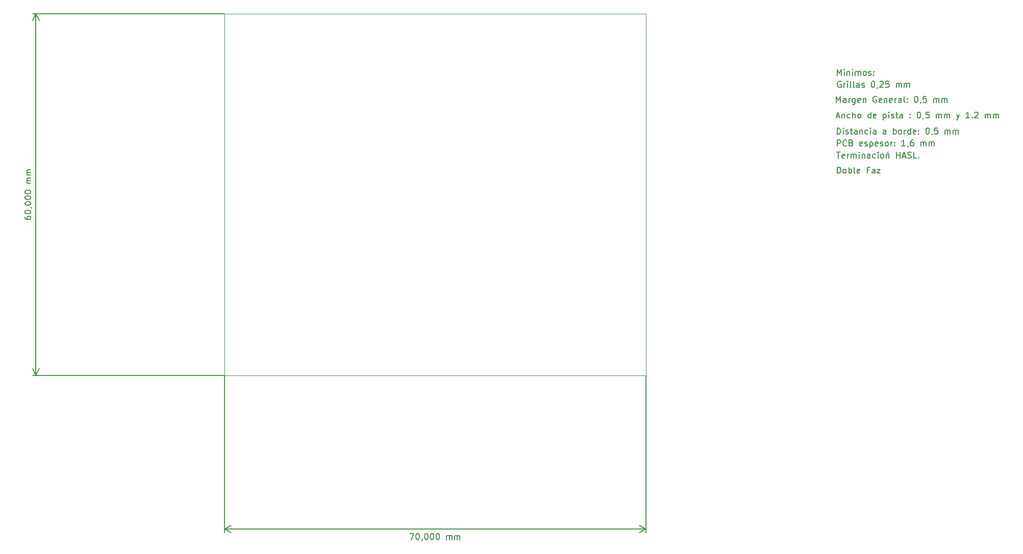
<source format=gbr>
%TF.GenerationSoftware,KiCad,Pcbnew,5.1.4-e60b266~84~ubuntu18.04.1*%
%TF.CreationDate,2020-06-02T14:46:13-03:00*%
%TF.ProjectId,Driver Motor PaP_V2.0,44726976-6572-4204-9d6f-746f72205061,2.0*%
%TF.SameCoordinates,Original*%
%TF.FileFunction,Drawing*%
%FSLAX46Y46*%
G04 Gerber Fmt 4.6, Leading zero omitted, Abs format (unit mm)*
G04 Created by KiCad (PCBNEW 5.1.4-e60b266~84~ubuntu18.04.1) date 2020-06-02 14:46:13*
%MOMM*%
%LPD*%
G04 APERTURE LIST*
%ADD10C,0.150000*%
%ADD11C,0.050000*%
G04 APERTURE END LIST*
D10*
X176726190Y-76202380D02*
X176726190Y-75202380D01*
X176964285Y-75202380D01*
X177107142Y-75250000D01*
X177202380Y-75345238D01*
X177250000Y-75440476D01*
X177297619Y-75630952D01*
X177297619Y-75773809D01*
X177250000Y-75964285D01*
X177202380Y-76059523D01*
X177107142Y-76154761D01*
X176964285Y-76202380D01*
X176726190Y-76202380D01*
X177869047Y-76202380D02*
X177773809Y-76154761D01*
X177726190Y-76107142D01*
X177678571Y-76011904D01*
X177678571Y-75726190D01*
X177726190Y-75630952D01*
X177773809Y-75583333D01*
X177869047Y-75535714D01*
X178011904Y-75535714D01*
X178107142Y-75583333D01*
X178154761Y-75630952D01*
X178202380Y-75726190D01*
X178202380Y-76011904D01*
X178154761Y-76107142D01*
X178107142Y-76154761D01*
X178011904Y-76202380D01*
X177869047Y-76202380D01*
X178630952Y-76202380D02*
X178630952Y-75202380D01*
X178630952Y-75583333D02*
X178726190Y-75535714D01*
X178916666Y-75535714D01*
X179011904Y-75583333D01*
X179059523Y-75630952D01*
X179107142Y-75726190D01*
X179107142Y-76011904D01*
X179059523Y-76107142D01*
X179011904Y-76154761D01*
X178916666Y-76202380D01*
X178726190Y-76202380D01*
X178630952Y-76154761D01*
X179678571Y-76202380D02*
X179583333Y-76154761D01*
X179535714Y-76059523D01*
X179535714Y-75202380D01*
X180440476Y-76154761D02*
X180345238Y-76202380D01*
X180154761Y-76202380D01*
X180059523Y-76154761D01*
X180011904Y-76059523D01*
X180011904Y-75678571D01*
X180059523Y-75583333D01*
X180154761Y-75535714D01*
X180345238Y-75535714D01*
X180440476Y-75583333D01*
X180488095Y-75678571D01*
X180488095Y-75773809D01*
X180011904Y-75869047D01*
X182011904Y-75678571D02*
X181678571Y-75678571D01*
X181678571Y-76202380D02*
X181678571Y-75202380D01*
X182154761Y-75202380D01*
X182964285Y-76202380D02*
X182964285Y-75678571D01*
X182916666Y-75583333D01*
X182821428Y-75535714D01*
X182630952Y-75535714D01*
X182535714Y-75583333D01*
X182964285Y-76154761D02*
X182869047Y-76202380D01*
X182630952Y-76202380D01*
X182535714Y-76154761D01*
X182488095Y-76059523D01*
X182488095Y-75964285D01*
X182535714Y-75869047D01*
X182630952Y-75821428D01*
X182869047Y-75821428D01*
X182964285Y-75773809D01*
X183345238Y-75535714D02*
X183869047Y-75535714D01*
X183345238Y-76202380D01*
X183869047Y-76202380D01*
X176642857Y-72702380D02*
X177214285Y-72702380D01*
X176928571Y-73702380D02*
X176928571Y-72702380D01*
X177928571Y-73654761D02*
X177833333Y-73702380D01*
X177642857Y-73702380D01*
X177547619Y-73654761D01*
X177500000Y-73559523D01*
X177500000Y-73178571D01*
X177547619Y-73083333D01*
X177642857Y-73035714D01*
X177833333Y-73035714D01*
X177928571Y-73083333D01*
X177976190Y-73178571D01*
X177976190Y-73273809D01*
X177500000Y-73369047D01*
X178404761Y-73702380D02*
X178404761Y-73035714D01*
X178404761Y-73226190D02*
X178452380Y-73130952D01*
X178500000Y-73083333D01*
X178595238Y-73035714D01*
X178690476Y-73035714D01*
X179023809Y-73702380D02*
X179023809Y-73035714D01*
X179023809Y-73130952D02*
X179071428Y-73083333D01*
X179166666Y-73035714D01*
X179309523Y-73035714D01*
X179404761Y-73083333D01*
X179452380Y-73178571D01*
X179452380Y-73702380D01*
X179452380Y-73178571D02*
X179500000Y-73083333D01*
X179595238Y-73035714D01*
X179738095Y-73035714D01*
X179833333Y-73083333D01*
X179880952Y-73178571D01*
X179880952Y-73702380D01*
X180357142Y-73702380D02*
X180357142Y-73035714D01*
X180357142Y-72702380D02*
X180309523Y-72750000D01*
X180357142Y-72797619D01*
X180404761Y-72750000D01*
X180357142Y-72702380D01*
X180357142Y-72797619D01*
X180833333Y-73035714D02*
X180833333Y-73702380D01*
X180833333Y-73130952D02*
X180880952Y-73083333D01*
X180976190Y-73035714D01*
X181119047Y-73035714D01*
X181214285Y-73083333D01*
X181261904Y-73178571D01*
X181261904Y-73702380D01*
X182166666Y-73702380D02*
X182166666Y-73178571D01*
X182119047Y-73083333D01*
X182023809Y-73035714D01*
X181833333Y-73035714D01*
X181738095Y-73083333D01*
X182166666Y-73654761D02*
X182071428Y-73702380D01*
X181833333Y-73702380D01*
X181738095Y-73654761D01*
X181690476Y-73559523D01*
X181690476Y-73464285D01*
X181738095Y-73369047D01*
X181833333Y-73321428D01*
X182071428Y-73321428D01*
X182166666Y-73273809D01*
X183071428Y-73654761D02*
X182976190Y-73702380D01*
X182785714Y-73702380D01*
X182690476Y-73654761D01*
X182642857Y-73607142D01*
X182595238Y-73511904D01*
X182595238Y-73226190D01*
X182642857Y-73130952D01*
X182690476Y-73083333D01*
X182785714Y-73035714D01*
X182976190Y-73035714D01*
X183071428Y-73083333D01*
X183500000Y-73702380D02*
X183500000Y-73035714D01*
X183500000Y-72702380D02*
X183452380Y-72750000D01*
X183500000Y-72797619D01*
X183547619Y-72750000D01*
X183500000Y-72702380D01*
X183500000Y-72797619D01*
X184119047Y-73702380D02*
X184023809Y-73654761D01*
X183976190Y-73607142D01*
X183928571Y-73511904D01*
X183928571Y-73226190D01*
X183976190Y-73130952D01*
X184023809Y-73083333D01*
X184119047Y-73035714D01*
X184261904Y-73035714D01*
X184357142Y-73083333D01*
X184404761Y-73130952D01*
X184452380Y-73226190D01*
X184452380Y-73511904D01*
X184404761Y-73607142D01*
X184357142Y-73654761D01*
X184261904Y-73702380D01*
X184119047Y-73702380D01*
X184880952Y-73035714D02*
X184880952Y-73702380D01*
X184880952Y-73130952D02*
X184928571Y-73083333D01*
X185023809Y-73035714D01*
X185166666Y-73035714D01*
X185261904Y-73083333D01*
X185309523Y-73178571D01*
X185309523Y-73702380D01*
X185166666Y-72654761D02*
X185023809Y-72797619D01*
X186547619Y-73702380D02*
X186547619Y-72702380D01*
X186547619Y-73178571D02*
X187119047Y-73178571D01*
X187119047Y-73702380D02*
X187119047Y-72702380D01*
X187547619Y-73416666D02*
X188023809Y-73416666D01*
X187452380Y-73702380D02*
X187785714Y-72702380D01*
X188119047Y-73702380D01*
X188404761Y-73654761D02*
X188547619Y-73702380D01*
X188785714Y-73702380D01*
X188880952Y-73654761D01*
X188928571Y-73607142D01*
X188976190Y-73511904D01*
X188976190Y-73416666D01*
X188928571Y-73321428D01*
X188880952Y-73273809D01*
X188785714Y-73226190D01*
X188595238Y-73178571D01*
X188500000Y-73130952D01*
X188452380Y-73083333D01*
X188404761Y-72988095D01*
X188404761Y-72892857D01*
X188452380Y-72797619D01*
X188500000Y-72750000D01*
X188595238Y-72702380D01*
X188833333Y-72702380D01*
X188976190Y-72750000D01*
X189880952Y-73702380D02*
X189404761Y-73702380D01*
X189404761Y-72702380D01*
X190214285Y-73607142D02*
X190261904Y-73654761D01*
X190214285Y-73702380D01*
X190166666Y-73654761D01*
X190214285Y-73607142D01*
X190214285Y-73702380D01*
X176702380Y-71702380D02*
X176702380Y-70702380D01*
X177083333Y-70702380D01*
X177178571Y-70750000D01*
X177226190Y-70797619D01*
X177273809Y-70892857D01*
X177273809Y-71035714D01*
X177226190Y-71130952D01*
X177178571Y-71178571D01*
X177083333Y-71226190D01*
X176702380Y-71226190D01*
X178273809Y-71607142D02*
X178226190Y-71654761D01*
X178083333Y-71702380D01*
X177988095Y-71702380D01*
X177845238Y-71654761D01*
X177750000Y-71559523D01*
X177702380Y-71464285D01*
X177654761Y-71273809D01*
X177654761Y-71130952D01*
X177702380Y-70940476D01*
X177750000Y-70845238D01*
X177845238Y-70750000D01*
X177988095Y-70702380D01*
X178083333Y-70702380D01*
X178226190Y-70750000D01*
X178273809Y-70797619D01*
X179035714Y-71178571D02*
X179178571Y-71226190D01*
X179226190Y-71273809D01*
X179273809Y-71369047D01*
X179273809Y-71511904D01*
X179226190Y-71607142D01*
X179178571Y-71654761D01*
X179083333Y-71702380D01*
X178702380Y-71702380D01*
X178702380Y-70702380D01*
X179035714Y-70702380D01*
X179130952Y-70750000D01*
X179178571Y-70797619D01*
X179226190Y-70892857D01*
X179226190Y-70988095D01*
X179178571Y-71083333D01*
X179130952Y-71130952D01*
X179035714Y-71178571D01*
X178702380Y-71178571D01*
X180845238Y-71654761D02*
X180750000Y-71702380D01*
X180559523Y-71702380D01*
X180464285Y-71654761D01*
X180416666Y-71559523D01*
X180416666Y-71178571D01*
X180464285Y-71083333D01*
X180559523Y-71035714D01*
X180750000Y-71035714D01*
X180845238Y-71083333D01*
X180892857Y-71178571D01*
X180892857Y-71273809D01*
X180416666Y-71369047D01*
X181273809Y-71654761D02*
X181369047Y-71702380D01*
X181559523Y-71702380D01*
X181654761Y-71654761D01*
X181702380Y-71559523D01*
X181702380Y-71511904D01*
X181654761Y-71416666D01*
X181559523Y-71369047D01*
X181416666Y-71369047D01*
X181321428Y-71321428D01*
X181273809Y-71226190D01*
X181273809Y-71178571D01*
X181321428Y-71083333D01*
X181416666Y-71035714D01*
X181559523Y-71035714D01*
X181654761Y-71083333D01*
X182130952Y-71035714D02*
X182130952Y-72035714D01*
X182130952Y-71083333D02*
X182226190Y-71035714D01*
X182416666Y-71035714D01*
X182511904Y-71083333D01*
X182559523Y-71130952D01*
X182607142Y-71226190D01*
X182607142Y-71511904D01*
X182559523Y-71607142D01*
X182511904Y-71654761D01*
X182416666Y-71702380D01*
X182226190Y-71702380D01*
X182130952Y-71654761D01*
X183416666Y-71654761D02*
X183321428Y-71702380D01*
X183130952Y-71702380D01*
X183035714Y-71654761D01*
X182988095Y-71559523D01*
X182988095Y-71178571D01*
X183035714Y-71083333D01*
X183130952Y-71035714D01*
X183321428Y-71035714D01*
X183416666Y-71083333D01*
X183464285Y-71178571D01*
X183464285Y-71273809D01*
X182988095Y-71369047D01*
X183845238Y-71654761D02*
X183940476Y-71702380D01*
X184130952Y-71702380D01*
X184226190Y-71654761D01*
X184273809Y-71559523D01*
X184273809Y-71511904D01*
X184226190Y-71416666D01*
X184130952Y-71369047D01*
X183988095Y-71369047D01*
X183892857Y-71321428D01*
X183845238Y-71226190D01*
X183845238Y-71178571D01*
X183892857Y-71083333D01*
X183988095Y-71035714D01*
X184130952Y-71035714D01*
X184226190Y-71083333D01*
X184845238Y-71702380D02*
X184750000Y-71654761D01*
X184702380Y-71607142D01*
X184654761Y-71511904D01*
X184654761Y-71226190D01*
X184702380Y-71130952D01*
X184750000Y-71083333D01*
X184845238Y-71035714D01*
X184988095Y-71035714D01*
X185083333Y-71083333D01*
X185130952Y-71130952D01*
X185178571Y-71226190D01*
X185178571Y-71511904D01*
X185130952Y-71607142D01*
X185083333Y-71654761D01*
X184988095Y-71702380D01*
X184845238Y-71702380D01*
X185607142Y-71702380D02*
X185607142Y-71035714D01*
X185607142Y-71226190D02*
X185654761Y-71130952D01*
X185702380Y-71083333D01*
X185797619Y-71035714D01*
X185892857Y-71035714D01*
X186226190Y-71607142D02*
X186273809Y-71654761D01*
X186226190Y-71702380D01*
X186178571Y-71654761D01*
X186226190Y-71607142D01*
X186226190Y-71702380D01*
X186226190Y-71083333D02*
X186273809Y-71130952D01*
X186226190Y-71178571D01*
X186178571Y-71130952D01*
X186226190Y-71083333D01*
X186226190Y-71178571D01*
X187988095Y-71702380D02*
X187416666Y-71702380D01*
X187702380Y-71702380D02*
X187702380Y-70702380D01*
X187607142Y-70845238D01*
X187511904Y-70940476D01*
X187416666Y-70988095D01*
X188464285Y-71654761D02*
X188464285Y-71702380D01*
X188416666Y-71797619D01*
X188369047Y-71845238D01*
X189321428Y-70702380D02*
X189130952Y-70702380D01*
X189035714Y-70750000D01*
X188988095Y-70797619D01*
X188892857Y-70940476D01*
X188845238Y-71130952D01*
X188845238Y-71511904D01*
X188892857Y-71607142D01*
X188940476Y-71654761D01*
X189035714Y-71702380D01*
X189226190Y-71702380D01*
X189321428Y-71654761D01*
X189369047Y-71607142D01*
X189416666Y-71511904D01*
X189416666Y-71273809D01*
X189369047Y-71178571D01*
X189321428Y-71130952D01*
X189226190Y-71083333D01*
X189035714Y-71083333D01*
X188940476Y-71130952D01*
X188892857Y-71178571D01*
X188845238Y-71273809D01*
X190607142Y-71702380D02*
X190607142Y-71035714D01*
X190607142Y-71130952D02*
X190654761Y-71083333D01*
X190749999Y-71035714D01*
X190892857Y-71035714D01*
X190988095Y-71083333D01*
X191035714Y-71178571D01*
X191035714Y-71702380D01*
X191035714Y-71178571D02*
X191083333Y-71083333D01*
X191178571Y-71035714D01*
X191321428Y-71035714D01*
X191416666Y-71083333D01*
X191464285Y-71178571D01*
X191464285Y-71702380D01*
X191940476Y-71702380D02*
X191940476Y-71035714D01*
X191940476Y-71130952D02*
X191988095Y-71083333D01*
X192083333Y-71035714D01*
X192226190Y-71035714D01*
X192321428Y-71083333D01*
X192369047Y-71178571D01*
X192369047Y-71702380D01*
X192369047Y-71178571D02*
X192416666Y-71083333D01*
X192511904Y-71035714D01*
X192654761Y-71035714D01*
X192749999Y-71083333D01*
X192797619Y-71178571D01*
X192797619Y-71702380D01*
X176702380Y-69702380D02*
X176702380Y-68702380D01*
X176940476Y-68702380D01*
X177083333Y-68750000D01*
X177178571Y-68845238D01*
X177226190Y-68940476D01*
X177273809Y-69130952D01*
X177273809Y-69273809D01*
X177226190Y-69464285D01*
X177178571Y-69559523D01*
X177083333Y-69654761D01*
X176940476Y-69702380D01*
X176702380Y-69702380D01*
X177702380Y-69702380D02*
X177702380Y-69035714D01*
X177702380Y-68702380D02*
X177654761Y-68750000D01*
X177702380Y-68797619D01*
X177750000Y-68750000D01*
X177702380Y-68702380D01*
X177702380Y-68797619D01*
X178130952Y-69654761D02*
X178226190Y-69702380D01*
X178416666Y-69702380D01*
X178511904Y-69654761D01*
X178559523Y-69559523D01*
X178559523Y-69511904D01*
X178511904Y-69416666D01*
X178416666Y-69369047D01*
X178273809Y-69369047D01*
X178178571Y-69321428D01*
X178130952Y-69226190D01*
X178130952Y-69178571D01*
X178178571Y-69083333D01*
X178273809Y-69035714D01*
X178416666Y-69035714D01*
X178511904Y-69083333D01*
X178845238Y-69035714D02*
X179226190Y-69035714D01*
X178988095Y-68702380D02*
X178988095Y-69559523D01*
X179035714Y-69654761D01*
X179130952Y-69702380D01*
X179226190Y-69702380D01*
X179988095Y-69702380D02*
X179988095Y-69178571D01*
X179940476Y-69083333D01*
X179845238Y-69035714D01*
X179654761Y-69035714D01*
X179559523Y-69083333D01*
X179988095Y-69654761D02*
X179892857Y-69702380D01*
X179654761Y-69702380D01*
X179559523Y-69654761D01*
X179511904Y-69559523D01*
X179511904Y-69464285D01*
X179559523Y-69369047D01*
X179654761Y-69321428D01*
X179892857Y-69321428D01*
X179988095Y-69273809D01*
X180464285Y-69035714D02*
X180464285Y-69702380D01*
X180464285Y-69130952D02*
X180511904Y-69083333D01*
X180607142Y-69035714D01*
X180750000Y-69035714D01*
X180845238Y-69083333D01*
X180892857Y-69178571D01*
X180892857Y-69702380D01*
X181797619Y-69654761D02*
X181702380Y-69702380D01*
X181511904Y-69702380D01*
X181416666Y-69654761D01*
X181369047Y-69607142D01*
X181321428Y-69511904D01*
X181321428Y-69226190D01*
X181369047Y-69130952D01*
X181416666Y-69083333D01*
X181511904Y-69035714D01*
X181702380Y-69035714D01*
X181797619Y-69083333D01*
X182226190Y-69702380D02*
X182226190Y-69035714D01*
X182226190Y-68702380D02*
X182178571Y-68750000D01*
X182226190Y-68797619D01*
X182273809Y-68750000D01*
X182226190Y-68702380D01*
X182226190Y-68797619D01*
X183130952Y-69702380D02*
X183130952Y-69178571D01*
X183083333Y-69083333D01*
X182988095Y-69035714D01*
X182797619Y-69035714D01*
X182702380Y-69083333D01*
X183130952Y-69654761D02*
X183035714Y-69702380D01*
X182797619Y-69702380D01*
X182702380Y-69654761D01*
X182654761Y-69559523D01*
X182654761Y-69464285D01*
X182702380Y-69369047D01*
X182797619Y-69321428D01*
X183035714Y-69321428D01*
X183130952Y-69273809D01*
X184797619Y-69702380D02*
X184797619Y-69178571D01*
X184750000Y-69083333D01*
X184654761Y-69035714D01*
X184464285Y-69035714D01*
X184369047Y-69083333D01*
X184797619Y-69654761D02*
X184702380Y-69702380D01*
X184464285Y-69702380D01*
X184369047Y-69654761D01*
X184321428Y-69559523D01*
X184321428Y-69464285D01*
X184369047Y-69369047D01*
X184464285Y-69321428D01*
X184702380Y-69321428D01*
X184797619Y-69273809D01*
X186035714Y-69702380D02*
X186035714Y-68702380D01*
X186035714Y-69083333D02*
X186130952Y-69035714D01*
X186321428Y-69035714D01*
X186416666Y-69083333D01*
X186464285Y-69130952D01*
X186511904Y-69226190D01*
X186511904Y-69511904D01*
X186464285Y-69607142D01*
X186416666Y-69654761D01*
X186321428Y-69702380D01*
X186130952Y-69702380D01*
X186035714Y-69654761D01*
X187083333Y-69702380D02*
X186988095Y-69654761D01*
X186940476Y-69607142D01*
X186892857Y-69511904D01*
X186892857Y-69226190D01*
X186940476Y-69130952D01*
X186988095Y-69083333D01*
X187083333Y-69035714D01*
X187226190Y-69035714D01*
X187321428Y-69083333D01*
X187369047Y-69130952D01*
X187416666Y-69226190D01*
X187416666Y-69511904D01*
X187369047Y-69607142D01*
X187321428Y-69654761D01*
X187226190Y-69702380D01*
X187083333Y-69702380D01*
X187845238Y-69702380D02*
X187845238Y-69035714D01*
X187845238Y-69226190D02*
X187892857Y-69130952D01*
X187940476Y-69083333D01*
X188035714Y-69035714D01*
X188130952Y-69035714D01*
X188892857Y-69702380D02*
X188892857Y-68702380D01*
X188892857Y-69654761D02*
X188797619Y-69702380D01*
X188607142Y-69702380D01*
X188511904Y-69654761D01*
X188464285Y-69607142D01*
X188416666Y-69511904D01*
X188416666Y-69226190D01*
X188464285Y-69130952D01*
X188511904Y-69083333D01*
X188607142Y-69035714D01*
X188797619Y-69035714D01*
X188892857Y-69083333D01*
X189750000Y-69654761D02*
X189654761Y-69702380D01*
X189464285Y-69702380D01*
X189369047Y-69654761D01*
X189321428Y-69559523D01*
X189321428Y-69178571D01*
X189369047Y-69083333D01*
X189464285Y-69035714D01*
X189654761Y-69035714D01*
X189750000Y-69083333D01*
X189797619Y-69178571D01*
X189797619Y-69273809D01*
X189321428Y-69369047D01*
X190226190Y-69607142D02*
X190273809Y-69654761D01*
X190226190Y-69702380D01*
X190178571Y-69654761D01*
X190226190Y-69607142D01*
X190226190Y-69702380D01*
X190226190Y-69083333D02*
X190273809Y-69130952D01*
X190226190Y-69178571D01*
X190178571Y-69130952D01*
X190226190Y-69083333D01*
X190226190Y-69178571D01*
X191654761Y-68702380D02*
X191750000Y-68702380D01*
X191845238Y-68750000D01*
X191892857Y-68797619D01*
X191940476Y-68892857D01*
X191988095Y-69083333D01*
X191988095Y-69321428D01*
X191940476Y-69511904D01*
X191892857Y-69607142D01*
X191845238Y-69654761D01*
X191750000Y-69702380D01*
X191654761Y-69702380D01*
X191559523Y-69654761D01*
X191511904Y-69607142D01*
X191464285Y-69511904D01*
X191416666Y-69321428D01*
X191416666Y-69083333D01*
X191464285Y-68892857D01*
X191511904Y-68797619D01*
X191559523Y-68750000D01*
X191654761Y-68702380D01*
X192464285Y-69654761D02*
X192464285Y-69702380D01*
X192416666Y-69797619D01*
X192369047Y-69845238D01*
X193369047Y-68702380D02*
X192892857Y-68702380D01*
X192845238Y-69178571D01*
X192892857Y-69130952D01*
X192988095Y-69083333D01*
X193226190Y-69083333D01*
X193321428Y-69130952D01*
X193369047Y-69178571D01*
X193416666Y-69273809D01*
X193416666Y-69511904D01*
X193369047Y-69607142D01*
X193321428Y-69654761D01*
X193226190Y-69702380D01*
X192988095Y-69702380D01*
X192892857Y-69654761D01*
X192845238Y-69607142D01*
X194607142Y-69702380D02*
X194607142Y-69035714D01*
X194607142Y-69130952D02*
X194654761Y-69083333D01*
X194749999Y-69035714D01*
X194892857Y-69035714D01*
X194988095Y-69083333D01*
X195035714Y-69178571D01*
X195035714Y-69702380D01*
X195035714Y-69178571D02*
X195083333Y-69083333D01*
X195178571Y-69035714D01*
X195321428Y-69035714D01*
X195416666Y-69083333D01*
X195464285Y-69178571D01*
X195464285Y-69702380D01*
X195940476Y-69702380D02*
X195940476Y-69035714D01*
X195940476Y-69130952D02*
X195988095Y-69083333D01*
X196083333Y-69035714D01*
X196226190Y-69035714D01*
X196321428Y-69083333D01*
X196369047Y-69178571D01*
X196369047Y-69702380D01*
X196369047Y-69178571D02*
X196416666Y-69083333D01*
X196511904Y-69035714D01*
X196654761Y-69035714D01*
X196749999Y-69083333D01*
X196797619Y-69178571D01*
X196797619Y-69702380D01*
X176607261Y-66766666D02*
X177083452Y-66766666D01*
X176512023Y-67052380D02*
X176845357Y-66052380D01*
X177178690Y-67052380D01*
X177512023Y-66385714D02*
X177512023Y-67052380D01*
X177512023Y-66480952D02*
X177559642Y-66433333D01*
X177654880Y-66385714D01*
X177797738Y-66385714D01*
X177892976Y-66433333D01*
X177940595Y-66528571D01*
X177940595Y-67052380D01*
X178845357Y-67004761D02*
X178750119Y-67052380D01*
X178559642Y-67052380D01*
X178464404Y-67004761D01*
X178416785Y-66957142D01*
X178369166Y-66861904D01*
X178369166Y-66576190D01*
X178416785Y-66480952D01*
X178464404Y-66433333D01*
X178559642Y-66385714D01*
X178750119Y-66385714D01*
X178845357Y-66433333D01*
X179273928Y-67052380D02*
X179273928Y-66052380D01*
X179702500Y-67052380D02*
X179702500Y-66528571D01*
X179654880Y-66433333D01*
X179559642Y-66385714D01*
X179416785Y-66385714D01*
X179321547Y-66433333D01*
X179273928Y-66480952D01*
X180321547Y-67052380D02*
X180226309Y-67004761D01*
X180178690Y-66957142D01*
X180131071Y-66861904D01*
X180131071Y-66576190D01*
X180178690Y-66480952D01*
X180226309Y-66433333D01*
X180321547Y-66385714D01*
X180464404Y-66385714D01*
X180559642Y-66433333D01*
X180607261Y-66480952D01*
X180654880Y-66576190D01*
X180654880Y-66861904D01*
X180607261Y-66957142D01*
X180559642Y-67004761D01*
X180464404Y-67052380D01*
X180321547Y-67052380D01*
X182273928Y-67052380D02*
X182273928Y-66052380D01*
X182273928Y-67004761D02*
X182178690Y-67052380D01*
X181988214Y-67052380D01*
X181892976Y-67004761D01*
X181845357Y-66957142D01*
X181797738Y-66861904D01*
X181797738Y-66576190D01*
X181845357Y-66480952D01*
X181892976Y-66433333D01*
X181988214Y-66385714D01*
X182178690Y-66385714D01*
X182273928Y-66433333D01*
X183131071Y-67004761D02*
X183035833Y-67052380D01*
X182845357Y-67052380D01*
X182750119Y-67004761D01*
X182702500Y-66909523D01*
X182702500Y-66528571D01*
X182750119Y-66433333D01*
X182845357Y-66385714D01*
X183035833Y-66385714D01*
X183131071Y-66433333D01*
X183178690Y-66528571D01*
X183178690Y-66623809D01*
X182702500Y-66719047D01*
X184369166Y-66385714D02*
X184369166Y-67385714D01*
X184369166Y-66433333D02*
X184464404Y-66385714D01*
X184654880Y-66385714D01*
X184750119Y-66433333D01*
X184797738Y-66480952D01*
X184845357Y-66576190D01*
X184845357Y-66861904D01*
X184797738Y-66957142D01*
X184750119Y-67004761D01*
X184654880Y-67052380D01*
X184464404Y-67052380D01*
X184369166Y-67004761D01*
X185273928Y-67052380D02*
X185273928Y-66385714D01*
X185273928Y-66052380D02*
X185226309Y-66100000D01*
X185273928Y-66147619D01*
X185321547Y-66100000D01*
X185273928Y-66052380D01*
X185273928Y-66147619D01*
X185702500Y-67004761D02*
X185797738Y-67052380D01*
X185988214Y-67052380D01*
X186083452Y-67004761D01*
X186131071Y-66909523D01*
X186131071Y-66861904D01*
X186083452Y-66766666D01*
X185988214Y-66719047D01*
X185845357Y-66719047D01*
X185750119Y-66671428D01*
X185702500Y-66576190D01*
X185702500Y-66528571D01*
X185750119Y-66433333D01*
X185845357Y-66385714D01*
X185988214Y-66385714D01*
X186083452Y-66433333D01*
X186416785Y-66385714D02*
X186797738Y-66385714D01*
X186559642Y-66052380D02*
X186559642Y-66909523D01*
X186607261Y-67004761D01*
X186702500Y-67052380D01*
X186797738Y-67052380D01*
X187559642Y-67052380D02*
X187559642Y-66528571D01*
X187512023Y-66433333D01*
X187416785Y-66385714D01*
X187226309Y-66385714D01*
X187131071Y-66433333D01*
X187559642Y-67004761D02*
X187464404Y-67052380D01*
X187226309Y-67052380D01*
X187131071Y-67004761D01*
X187083452Y-66909523D01*
X187083452Y-66814285D01*
X187131071Y-66719047D01*
X187226309Y-66671428D01*
X187464404Y-66671428D01*
X187559642Y-66623809D01*
X188797738Y-66957142D02*
X188845357Y-67004761D01*
X188797738Y-67052380D01*
X188750119Y-67004761D01*
X188797738Y-66957142D01*
X188797738Y-67052380D01*
X188797738Y-66433333D02*
X188845357Y-66480952D01*
X188797738Y-66528571D01*
X188750119Y-66480952D01*
X188797738Y-66433333D01*
X188797738Y-66528571D01*
X190226309Y-66052380D02*
X190321547Y-66052380D01*
X190416785Y-66100000D01*
X190464404Y-66147619D01*
X190512023Y-66242857D01*
X190559642Y-66433333D01*
X190559642Y-66671428D01*
X190512023Y-66861904D01*
X190464404Y-66957142D01*
X190416785Y-67004761D01*
X190321547Y-67052380D01*
X190226309Y-67052380D01*
X190131071Y-67004761D01*
X190083452Y-66957142D01*
X190035833Y-66861904D01*
X189988214Y-66671428D01*
X189988214Y-66433333D01*
X190035833Y-66242857D01*
X190083452Y-66147619D01*
X190131071Y-66100000D01*
X190226309Y-66052380D01*
X191035833Y-67004761D02*
X191035833Y-67052380D01*
X190988214Y-67147619D01*
X190940595Y-67195238D01*
X191940595Y-66052380D02*
X191464404Y-66052380D01*
X191416785Y-66528571D01*
X191464404Y-66480952D01*
X191559642Y-66433333D01*
X191797738Y-66433333D01*
X191892976Y-66480952D01*
X191940595Y-66528571D01*
X191988214Y-66623809D01*
X191988214Y-66861904D01*
X191940595Y-66957142D01*
X191892976Y-67004761D01*
X191797738Y-67052380D01*
X191559642Y-67052380D01*
X191464404Y-67004761D01*
X191416785Y-66957142D01*
X193178690Y-67052380D02*
X193178690Y-66385714D01*
X193178690Y-66480952D02*
X193226309Y-66433333D01*
X193321547Y-66385714D01*
X193464404Y-66385714D01*
X193559642Y-66433333D01*
X193607261Y-66528571D01*
X193607261Y-67052380D01*
X193607261Y-66528571D02*
X193654880Y-66433333D01*
X193750119Y-66385714D01*
X193892976Y-66385714D01*
X193988214Y-66433333D01*
X194035833Y-66528571D01*
X194035833Y-67052380D01*
X194512023Y-67052380D02*
X194512023Y-66385714D01*
X194512023Y-66480952D02*
X194559642Y-66433333D01*
X194654880Y-66385714D01*
X194797738Y-66385714D01*
X194892976Y-66433333D01*
X194940595Y-66528571D01*
X194940595Y-67052380D01*
X194940595Y-66528571D02*
X194988214Y-66433333D01*
X195083452Y-66385714D01*
X195226309Y-66385714D01*
X195321547Y-66433333D01*
X195369166Y-66528571D01*
X195369166Y-67052380D01*
X196512023Y-66385714D02*
X196750119Y-67052380D01*
X196988214Y-66385714D02*
X196750119Y-67052380D01*
X196654880Y-67290476D01*
X196607261Y-67338095D01*
X196512023Y-67385714D01*
X198654880Y-67052380D02*
X198083452Y-67052380D01*
X198369166Y-67052380D02*
X198369166Y-66052380D01*
X198273928Y-66195238D01*
X198178690Y-66290476D01*
X198083452Y-66338095D01*
X199083452Y-66957142D02*
X199131071Y-67004761D01*
X199083452Y-67052380D01*
X199035833Y-67004761D01*
X199083452Y-66957142D01*
X199083452Y-67052380D01*
X199512023Y-66147619D02*
X199559642Y-66100000D01*
X199654880Y-66052380D01*
X199892976Y-66052380D01*
X199988214Y-66100000D01*
X200035833Y-66147619D01*
X200083452Y-66242857D01*
X200083452Y-66338095D01*
X200035833Y-66480952D01*
X199464404Y-67052380D01*
X200083452Y-67052380D01*
X201273928Y-67052380D02*
X201273928Y-66385714D01*
X201273928Y-66480952D02*
X201321547Y-66433333D01*
X201416785Y-66385714D01*
X201559642Y-66385714D01*
X201654880Y-66433333D01*
X201702500Y-66528571D01*
X201702500Y-67052380D01*
X201702500Y-66528571D02*
X201750119Y-66433333D01*
X201845357Y-66385714D01*
X201988214Y-66385714D01*
X202083452Y-66433333D01*
X202131071Y-66528571D01*
X202131071Y-67052380D01*
X202607261Y-67052380D02*
X202607261Y-66385714D01*
X202607261Y-66480952D02*
X202654880Y-66433333D01*
X202750119Y-66385714D01*
X202892976Y-66385714D01*
X202988214Y-66433333D01*
X203035833Y-66528571D01*
X203035833Y-67052380D01*
X203035833Y-66528571D02*
X203083452Y-66433333D01*
X203178690Y-66385714D01*
X203321547Y-66385714D01*
X203416785Y-66433333D01*
X203464404Y-66528571D01*
X203464404Y-67052380D01*
X176583333Y-64452380D02*
X176583333Y-63452380D01*
X176916666Y-64166666D01*
X177250000Y-63452380D01*
X177250000Y-64452380D01*
X178154761Y-64452380D02*
X178154761Y-63928571D01*
X178107142Y-63833333D01*
X178011904Y-63785714D01*
X177821428Y-63785714D01*
X177726190Y-63833333D01*
X178154761Y-64404761D02*
X178059523Y-64452380D01*
X177821428Y-64452380D01*
X177726190Y-64404761D01*
X177678571Y-64309523D01*
X177678571Y-64214285D01*
X177726190Y-64119047D01*
X177821428Y-64071428D01*
X178059523Y-64071428D01*
X178154761Y-64023809D01*
X178630952Y-64452380D02*
X178630952Y-63785714D01*
X178630952Y-63976190D02*
X178678571Y-63880952D01*
X178726190Y-63833333D01*
X178821428Y-63785714D01*
X178916666Y-63785714D01*
X179678571Y-63785714D02*
X179678571Y-64595238D01*
X179630952Y-64690476D01*
X179583333Y-64738095D01*
X179488095Y-64785714D01*
X179345238Y-64785714D01*
X179250000Y-64738095D01*
X179678571Y-64404761D02*
X179583333Y-64452380D01*
X179392857Y-64452380D01*
X179297619Y-64404761D01*
X179250000Y-64357142D01*
X179202380Y-64261904D01*
X179202380Y-63976190D01*
X179250000Y-63880952D01*
X179297619Y-63833333D01*
X179392857Y-63785714D01*
X179583333Y-63785714D01*
X179678571Y-63833333D01*
X180535714Y-64404761D02*
X180440476Y-64452380D01*
X180250000Y-64452380D01*
X180154761Y-64404761D01*
X180107142Y-64309523D01*
X180107142Y-63928571D01*
X180154761Y-63833333D01*
X180250000Y-63785714D01*
X180440476Y-63785714D01*
X180535714Y-63833333D01*
X180583333Y-63928571D01*
X180583333Y-64023809D01*
X180107142Y-64119047D01*
X181011904Y-63785714D02*
X181011904Y-64452380D01*
X181011904Y-63880952D02*
X181059523Y-63833333D01*
X181154761Y-63785714D01*
X181297619Y-63785714D01*
X181392857Y-63833333D01*
X181440476Y-63928571D01*
X181440476Y-64452380D01*
X183202380Y-63500000D02*
X183107142Y-63452380D01*
X182964285Y-63452380D01*
X182821428Y-63500000D01*
X182726190Y-63595238D01*
X182678571Y-63690476D01*
X182630952Y-63880952D01*
X182630952Y-64023809D01*
X182678571Y-64214285D01*
X182726190Y-64309523D01*
X182821428Y-64404761D01*
X182964285Y-64452380D01*
X183059523Y-64452380D01*
X183202380Y-64404761D01*
X183250000Y-64357142D01*
X183250000Y-64023809D01*
X183059523Y-64023809D01*
X184059523Y-64404761D02*
X183964285Y-64452380D01*
X183773809Y-64452380D01*
X183678571Y-64404761D01*
X183630952Y-64309523D01*
X183630952Y-63928571D01*
X183678571Y-63833333D01*
X183773809Y-63785714D01*
X183964285Y-63785714D01*
X184059523Y-63833333D01*
X184107142Y-63928571D01*
X184107142Y-64023809D01*
X183630952Y-64119047D01*
X184535714Y-63785714D02*
X184535714Y-64452380D01*
X184535714Y-63880952D02*
X184583333Y-63833333D01*
X184678571Y-63785714D01*
X184821428Y-63785714D01*
X184916666Y-63833333D01*
X184964285Y-63928571D01*
X184964285Y-64452380D01*
X185821428Y-64404761D02*
X185726190Y-64452380D01*
X185535714Y-64452380D01*
X185440476Y-64404761D01*
X185392857Y-64309523D01*
X185392857Y-63928571D01*
X185440476Y-63833333D01*
X185535714Y-63785714D01*
X185726190Y-63785714D01*
X185821428Y-63833333D01*
X185869047Y-63928571D01*
X185869047Y-64023809D01*
X185392857Y-64119047D01*
X186297619Y-64452380D02*
X186297619Y-63785714D01*
X186297619Y-63976190D02*
X186345238Y-63880952D01*
X186392857Y-63833333D01*
X186488095Y-63785714D01*
X186583333Y-63785714D01*
X187345238Y-64452380D02*
X187345238Y-63928571D01*
X187297619Y-63833333D01*
X187202380Y-63785714D01*
X187011904Y-63785714D01*
X186916666Y-63833333D01*
X187345238Y-64404761D02*
X187250000Y-64452380D01*
X187011904Y-64452380D01*
X186916666Y-64404761D01*
X186869047Y-64309523D01*
X186869047Y-64214285D01*
X186916666Y-64119047D01*
X187011904Y-64071428D01*
X187250000Y-64071428D01*
X187345238Y-64023809D01*
X187964285Y-64452380D02*
X187869047Y-64404761D01*
X187821428Y-64309523D01*
X187821428Y-63452380D01*
X188345238Y-64357142D02*
X188392857Y-64404761D01*
X188345238Y-64452380D01*
X188297619Y-64404761D01*
X188345238Y-64357142D01*
X188345238Y-64452380D01*
X188345238Y-63833333D02*
X188392857Y-63880952D01*
X188345238Y-63928571D01*
X188297619Y-63880952D01*
X188345238Y-63833333D01*
X188345238Y-63928571D01*
X189773809Y-63452380D02*
X189869047Y-63452380D01*
X189964285Y-63500000D01*
X190011904Y-63547619D01*
X190059523Y-63642857D01*
X190107142Y-63833333D01*
X190107142Y-64071428D01*
X190059523Y-64261904D01*
X190011904Y-64357142D01*
X189964285Y-64404761D01*
X189869047Y-64452380D01*
X189773809Y-64452380D01*
X189678571Y-64404761D01*
X189630952Y-64357142D01*
X189583333Y-64261904D01*
X189535714Y-64071428D01*
X189535714Y-63833333D01*
X189583333Y-63642857D01*
X189630952Y-63547619D01*
X189678571Y-63500000D01*
X189773809Y-63452380D01*
X190583333Y-64404761D02*
X190583333Y-64452380D01*
X190535714Y-64547619D01*
X190488095Y-64595238D01*
X191488095Y-63452380D02*
X191011904Y-63452380D01*
X190964285Y-63928571D01*
X191011904Y-63880952D01*
X191107142Y-63833333D01*
X191345238Y-63833333D01*
X191440476Y-63880952D01*
X191488095Y-63928571D01*
X191535714Y-64023809D01*
X191535714Y-64261904D01*
X191488095Y-64357142D01*
X191440476Y-64404761D01*
X191345238Y-64452380D01*
X191107142Y-64452380D01*
X191011904Y-64404761D01*
X190964285Y-64357142D01*
X192726190Y-64452380D02*
X192726190Y-63785714D01*
X192726190Y-63880952D02*
X192773809Y-63833333D01*
X192869047Y-63785714D01*
X193011904Y-63785714D01*
X193107142Y-63833333D01*
X193154761Y-63928571D01*
X193154761Y-64452380D01*
X193154761Y-63928571D02*
X193202380Y-63833333D01*
X193297619Y-63785714D01*
X193440476Y-63785714D01*
X193535714Y-63833333D01*
X193583333Y-63928571D01*
X193583333Y-64452380D01*
X194059523Y-64452380D02*
X194059523Y-63785714D01*
X194059523Y-63880952D02*
X194107142Y-63833333D01*
X194202380Y-63785714D01*
X194345238Y-63785714D01*
X194440476Y-63833333D01*
X194488095Y-63928571D01*
X194488095Y-64452380D01*
X194488095Y-63928571D02*
X194535714Y-63833333D01*
X194630952Y-63785714D01*
X194773809Y-63785714D01*
X194869047Y-63833333D01*
X194916666Y-63928571D01*
X194916666Y-64452380D01*
X177321428Y-61000000D02*
X177226190Y-60952380D01*
X177083333Y-60952380D01*
X176940476Y-61000000D01*
X176845238Y-61095238D01*
X176797619Y-61190476D01*
X176750000Y-61380952D01*
X176750000Y-61523809D01*
X176797619Y-61714285D01*
X176845238Y-61809523D01*
X176940476Y-61904761D01*
X177083333Y-61952380D01*
X177178571Y-61952380D01*
X177321428Y-61904761D01*
X177369047Y-61857142D01*
X177369047Y-61523809D01*
X177178571Y-61523809D01*
X177797619Y-61952380D02*
X177797619Y-61285714D01*
X177797619Y-61476190D02*
X177845238Y-61380952D01*
X177892857Y-61333333D01*
X177988095Y-61285714D01*
X178083333Y-61285714D01*
X178416666Y-61952380D02*
X178416666Y-61285714D01*
X178416666Y-60952380D02*
X178369047Y-61000000D01*
X178416666Y-61047619D01*
X178464285Y-61000000D01*
X178416666Y-60952380D01*
X178416666Y-61047619D01*
X179035714Y-61952380D02*
X178940476Y-61904761D01*
X178892857Y-61809523D01*
X178892857Y-60952380D01*
X179559523Y-61952380D02*
X179464285Y-61904761D01*
X179416666Y-61809523D01*
X179416666Y-60952380D01*
X180369047Y-61952380D02*
X180369047Y-61428571D01*
X180321428Y-61333333D01*
X180226190Y-61285714D01*
X180035714Y-61285714D01*
X179940476Y-61333333D01*
X180369047Y-61904761D02*
X180273809Y-61952380D01*
X180035714Y-61952380D01*
X179940476Y-61904761D01*
X179892857Y-61809523D01*
X179892857Y-61714285D01*
X179940476Y-61619047D01*
X180035714Y-61571428D01*
X180273809Y-61571428D01*
X180369047Y-61523809D01*
X180797619Y-61904761D02*
X180892857Y-61952380D01*
X181083333Y-61952380D01*
X181178571Y-61904761D01*
X181226190Y-61809523D01*
X181226190Y-61761904D01*
X181178571Y-61666666D01*
X181083333Y-61619047D01*
X180940476Y-61619047D01*
X180845238Y-61571428D01*
X180797619Y-61476190D01*
X180797619Y-61428571D01*
X180845238Y-61333333D01*
X180940476Y-61285714D01*
X181083333Y-61285714D01*
X181178571Y-61333333D01*
X182607142Y-60952380D02*
X182702380Y-60952380D01*
X182797619Y-61000000D01*
X182845238Y-61047619D01*
X182892857Y-61142857D01*
X182940476Y-61333333D01*
X182940476Y-61571428D01*
X182892857Y-61761904D01*
X182845238Y-61857142D01*
X182797619Y-61904761D01*
X182702380Y-61952380D01*
X182607142Y-61952380D01*
X182511904Y-61904761D01*
X182464285Y-61857142D01*
X182416666Y-61761904D01*
X182369047Y-61571428D01*
X182369047Y-61333333D01*
X182416666Y-61142857D01*
X182464285Y-61047619D01*
X182511904Y-61000000D01*
X182607142Y-60952380D01*
X183416666Y-61904761D02*
X183416666Y-61952380D01*
X183369047Y-62047619D01*
X183321428Y-62095238D01*
X183797619Y-61047619D02*
X183845238Y-61000000D01*
X183940476Y-60952380D01*
X184178571Y-60952380D01*
X184273809Y-61000000D01*
X184321428Y-61047619D01*
X184369047Y-61142857D01*
X184369047Y-61238095D01*
X184321428Y-61380952D01*
X183750000Y-61952380D01*
X184369047Y-61952380D01*
X185273809Y-60952380D02*
X184797619Y-60952380D01*
X184750000Y-61428571D01*
X184797619Y-61380952D01*
X184892857Y-61333333D01*
X185130952Y-61333333D01*
X185226190Y-61380952D01*
X185273809Y-61428571D01*
X185321428Y-61523809D01*
X185321428Y-61761904D01*
X185273809Y-61857142D01*
X185226190Y-61904761D01*
X185130952Y-61952380D01*
X184892857Y-61952380D01*
X184797619Y-61904761D01*
X184750000Y-61857142D01*
X186511904Y-61952380D02*
X186511904Y-61285714D01*
X186511904Y-61380952D02*
X186559523Y-61333333D01*
X186654761Y-61285714D01*
X186797619Y-61285714D01*
X186892857Y-61333333D01*
X186940476Y-61428571D01*
X186940476Y-61952380D01*
X186940476Y-61428571D02*
X186988095Y-61333333D01*
X187083333Y-61285714D01*
X187226190Y-61285714D01*
X187321428Y-61333333D01*
X187369047Y-61428571D01*
X187369047Y-61952380D01*
X187845238Y-61952380D02*
X187845238Y-61285714D01*
X187845238Y-61380952D02*
X187892857Y-61333333D01*
X187988095Y-61285714D01*
X188130952Y-61285714D01*
X188226190Y-61333333D01*
X188273809Y-61428571D01*
X188273809Y-61952380D01*
X188273809Y-61428571D02*
X188321428Y-61333333D01*
X188416666Y-61285714D01*
X188559523Y-61285714D01*
X188654761Y-61333333D01*
X188702380Y-61428571D01*
X188702380Y-61952380D01*
X176726190Y-59952380D02*
X176726190Y-58952380D01*
X177059523Y-59666666D01*
X177392857Y-58952380D01*
X177392857Y-59952380D01*
X177869047Y-59952380D02*
X177869047Y-59285714D01*
X177964285Y-58904761D02*
X177821428Y-59047619D01*
X178345238Y-59285714D02*
X178345238Y-59952380D01*
X178345238Y-59380952D02*
X178392857Y-59333333D01*
X178488095Y-59285714D01*
X178630952Y-59285714D01*
X178726190Y-59333333D01*
X178773809Y-59428571D01*
X178773809Y-59952380D01*
X179250000Y-59952380D02*
X179250000Y-59285714D01*
X179250000Y-58952380D02*
X179202380Y-59000000D01*
X179250000Y-59047619D01*
X179297619Y-59000000D01*
X179250000Y-58952380D01*
X179250000Y-59047619D01*
X179726190Y-59952380D02*
X179726190Y-59285714D01*
X179726190Y-59380952D02*
X179773809Y-59333333D01*
X179869047Y-59285714D01*
X180011904Y-59285714D01*
X180107142Y-59333333D01*
X180154761Y-59428571D01*
X180154761Y-59952380D01*
X180154761Y-59428571D02*
X180202380Y-59333333D01*
X180297619Y-59285714D01*
X180440476Y-59285714D01*
X180535714Y-59333333D01*
X180583333Y-59428571D01*
X180583333Y-59952380D01*
X181202380Y-59952380D02*
X181107142Y-59904761D01*
X181059523Y-59857142D01*
X181011904Y-59761904D01*
X181011904Y-59476190D01*
X181059523Y-59380952D01*
X181107142Y-59333333D01*
X181202380Y-59285714D01*
X181345238Y-59285714D01*
X181440476Y-59333333D01*
X181488095Y-59380952D01*
X181535714Y-59476190D01*
X181535714Y-59761904D01*
X181488095Y-59857142D01*
X181440476Y-59904761D01*
X181345238Y-59952380D01*
X181202380Y-59952380D01*
X181916666Y-59904761D02*
X182011904Y-59952380D01*
X182202380Y-59952380D01*
X182297619Y-59904761D01*
X182345238Y-59809523D01*
X182345238Y-59761904D01*
X182297619Y-59666666D01*
X182202380Y-59619047D01*
X182059523Y-59619047D01*
X181964285Y-59571428D01*
X181916666Y-59476190D01*
X181916666Y-59428571D01*
X181964285Y-59333333D01*
X182059523Y-59285714D01*
X182202380Y-59285714D01*
X182297619Y-59333333D01*
X182773809Y-59857142D02*
X182821428Y-59904761D01*
X182773809Y-59952380D01*
X182726190Y-59904761D01*
X182773809Y-59857142D01*
X182773809Y-59952380D01*
X182773809Y-59333333D02*
X182821428Y-59380952D01*
X182773809Y-59428571D01*
X182726190Y-59380952D01*
X182773809Y-59333333D01*
X182773809Y-59428571D01*
D11*
X75000000Y-109750000D02*
X75000000Y-49750000D01*
X145000000Y-109750000D02*
X75000000Y-109750000D01*
X145000000Y-49750000D02*
X145000000Y-109750000D01*
X75000000Y-49750000D02*
X145000000Y-49750000D01*
D10*
X105809523Y-136002380D02*
X106476190Y-136002380D01*
X106047619Y-137002380D01*
X107047619Y-136002380D02*
X107142857Y-136002380D01*
X107238095Y-136050000D01*
X107285714Y-136097619D01*
X107333333Y-136192857D01*
X107380952Y-136383333D01*
X107380952Y-136621428D01*
X107333333Y-136811904D01*
X107285714Y-136907142D01*
X107238095Y-136954761D01*
X107142857Y-137002380D01*
X107047619Y-137002380D01*
X106952380Y-136954761D01*
X106904761Y-136907142D01*
X106857142Y-136811904D01*
X106809523Y-136621428D01*
X106809523Y-136383333D01*
X106857142Y-136192857D01*
X106904761Y-136097619D01*
X106952380Y-136050000D01*
X107047619Y-136002380D01*
X107857142Y-136954761D02*
X107857142Y-137002380D01*
X107809523Y-137097619D01*
X107761904Y-137145238D01*
X108476190Y-136002380D02*
X108571428Y-136002380D01*
X108666666Y-136050000D01*
X108714285Y-136097619D01*
X108761904Y-136192857D01*
X108809523Y-136383333D01*
X108809523Y-136621428D01*
X108761904Y-136811904D01*
X108714285Y-136907142D01*
X108666666Y-136954761D01*
X108571428Y-137002380D01*
X108476190Y-137002380D01*
X108380952Y-136954761D01*
X108333333Y-136907142D01*
X108285714Y-136811904D01*
X108238095Y-136621428D01*
X108238095Y-136383333D01*
X108285714Y-136192857D01*
X108333333Y-136097619D01*
X108380952Y-136050000D01*
X108476190Y-136002380D01*
X109428571Y-136002380D02*
X109523809Y-136002380D01*
X109619047Y-136050000D01*
X109666666Y-136097619D01*
X109714285Y-136192857D01*
X109761904Y-136383333D01*
X109761904Y-136621428D01*
X109714285Y-136811904D01*
X109666666Y-136907142D01*
X109619047Y-136954761D01*
X109523809Y-137002380D01*
X109428571Y-137002380D01*
X109333333Y-136954761D01*
X109285714Y-136907142D01*
X109238095Y-136811904D01*
X109190476Y-136621428D01*
X109190476Y-136383333D01*
X109238095Y-136192857D01*
X109285714Y-136097619D01*
X109333333Y-136050000D01*
X109428571Y-136002380D01*
X110380952Y-136002380D02*
X110476190Y-136002380D01*
X110571428Y-136050000D01*
X110619047Y-136097619D01*
X110666666Y-136192857D01*
X110714285Y-136383333D01*
X110714285Y-136621428D01*
X110666666Y-136811904D01*
X110619047Y-136907142D01*
X110571428Y-136954761D01*
X110476190Y-137002380D01*
X110380952Y-137002380D01*
X110285714Y-136954761D01*
X110238095Y-136907142D01*
X110190476Y-136811904D01*
X110142857Y-136621428D01*
X110142857Y-136383333D01*
X110190476Y-136192857D01*
X110238095Y-136097619D01*
X110285714Y-136050000D01*
X110380952Y-136002380D01*
X111904761Y-137002380D02*
X111904761Y-136335714D01*
X111904761Y-136430952D02*
X111952380Y-136383333D01*
X112047619Y-136335714D01*
X112190476Y-136335714D01*
X112285714Y-136383333D01*
X112333333Y-136478571D01*
X112333333Y-137002380D01*
X112333333Y-136478571D02*
X112380952Y-136383333D01*
X112476190Y-136335714D01*
X112619047Y-136335714D01*
X112714285Y-136383333D01*
X112761904Y-136478571D01*
X112761904Y-137002380D01*
X113238095Y-137002380D02*
X113238095Y-136335714D01*
X113238095Y-136430952D02*
X113285714Y-136383333D01*
X113380952Y-136335714D01*
X113523809Y-136335714D01*
X113619047Y-136383333D01*
X113666666Y-136478571D01*
X113666666Y-137002380D01*
X113666666Y-136478571D02*
X113714285Y-136383333D01*
X113809523Y-136335714D01*
X113952380Y-136335714D01*
X114047619Y-136383333D01*
X114095238Y-136478571D01*
X114095238Y-137002380D01*
X75000000Y-135250000D02*
X145000000Y-135250000D01*
X75000000Y-109750000D02*
X75000000Y-135836421D01*
X145000000Y-109750000D02*
X145000000Y-135836421D01*
X145000000Y-135250000D02*
X143873496Y-135836421D01*
X145000000Y-135250000D02*
X143873496Y-134663579D01*
X75000000Y-135250000D02*
X76126504Y-135836421D01*
X75000000Y-135250000D02*
X76126504Y-134663579D01*
X41902380Y-83416666D02*
X41902380Y-83607142D01*
X41950000Y-83702380D01*
X41997619Y-83750000D01*
X42140476Y-83845238D01*
X42330952Y-83892857D01*
X42711904Y-83892857D01*
X42807142Y-83845238D01*
X42854761Y-83797619D01*
X42902380Y-83702380D01*
X42902380Y-83511904D01*
X42854761Y-83416666D01*
X42807142Y-83369047D01*
X42711904Y-83321428D01*
X42473809Y-83321428D01*
X42378571Y-83369047D01*
X42330952Y-83416666D01*
X42283333Y-83511904D01*
X42283333Y-83702380D01*
X42330952Y-83797619D01*
X42378571Y-83845238D01*
X42473809Y-83892857D01*
X41902380Y-82702380D02*
X41902380Y-82607142D01*
X41950000Y-82511904D01*
X41997619Y-82464285D01*
X42092857Y-82416666D01*
X42283333Y-82369047D01*
X42521428Y-82369047D01*
X42711904Y-82416666D01*
X42807142Y-82464285D01*
X42854761Y-82511904D01*
X42902380Y-82607142D01*
X42902380Y-82702380D01*
X42854761Y-82797619D01*
X42807142Y-82845238D01*
X42711904Y-82892857D01*
X42521428Y-82940476D01*
X42283333Y-82940476D01*
X42092857Y-82892857D01*
X41997619Y-82845238D01*
X41950000Y-82797619D01*
X41902380Y-82702380D01*
X42854761Y-81892857D02*
X42902380Y-81892857D01*
X42997619Y-81940476D01*
X43045238Y-81988095D01*
X41902380Y-81273809D02*
X41902380Y-81178571D01*
X41950000Y-81083333D01*
X41997619Y-81035714D01*
X42092857Y-80988095D01*
X42283333Y-80940476D01*
X42521428Y-80940476D01*
X42711904Y-80988095D01*
X42807142Y-81035714D01*
X42854761Y-81083333D01*
X42902380Y-81178571D01*
X42902380Y-81273809D01*
X42854761Y-81369047D01*
X42807142Y-81416666D01*
X42711904Y-81464285D01*
X42521428Y-81511904D01*
X42283333Y-81511904D01*
X42092857Y-81464285D01*
X41997619Y-81416666D01*
X41950000Y-81369047D01*
X41902380Y-81273809D01*
X41902380Y-80321428D02*
X41902380Y-80226190D01*
X41950000Y-80130952D01*
X41997619Y-80083333D01*
X42092857Y-80035714D01*
X42283333Y-79988095D01*
X42521428Y-79988095D01*
X42711904Y-80035714D01*
X42807142Y-80083333D01*
X42854761Y-80130952D01*
X42902380Y-80226190D01*
X42902380Y-80321428D01*
X42854761Y-80416666D01*
X42807142Y-80464285D01*
X42711904Y-80511904D01*
X42521428Y-80559523D01*
X42283333Y-80559523D01*
X42092857Y-80511904D01*
X41997619Y-80464285D01*
X41950000Y-80416666D01*
X41902380Y-80321428D01*
X41902380Y-79369047D02*
X41902380Y-79273809D01*
X41950000Y-79178571D01*
X41997619Y-79130952D01*
X42092857Y-79083333D01*
X42283333Y-79035714D01*
X42521428Y-79035714D01*
X42711904Y-79083333D01*
X42807142Y-79130952D01*
X42854761Y-79178571D01*
X42902380Y-79273809D01*
X42902380Y-79369047D01*
X42854761Y-79464285D01*
X42807142Y-79511904D01*
X42711904Y-79559523D01*
X42521428Y-79607142D01*
X42283333Y-79607142D01*
X42092857Y-79559523D01*
X41997619Y-79511904D01*
X41950000Y-79464285D01*
X41902380Y-79369047D01*
X42902380Y-77845238D02*
X42235714Y-77845238D01*
X42330952Y-77845238D02*
X42283333Y-77797619D01*
X42235714Y-77702380D01*
X42235714Y-77559523D01*
X42283333Y-77464285D01*
X42378571Y-77416666D01*
X42902380Y-77416666D01*
X42378571Y-77416666D02*
X42283333Y-77369047D01*
X42235714Y-77273809D01*
X42235714Y-77130952D01*
X42283333Y-77035714D01*
X42378571Y-76988095D01*
X42902380Y-76988095D01*
X42902380Y-76511904D02*
X42235714Y-76511904D01*
X42330952Y-76511904D02*
X42283333Y-76464285D01*
X42235714Y-76369047D01*
X42235714Y-76226190D01*
X42283333Y-76130952D01*
X42378571Y-76083333D01*
X42902380Y-76083333D01*
X42378571Y-76083333D02*
X42283333Y-76035714D01*
X42235714Y-75940476D01*
X42235714Y-75797619D01*
X42283333Y-75702380D01*
X42378571Y-75654761D01*
X42902380Y-75654761D01*
X43750000Y-109750000D02*
X43750000Y-49750000D01*
X75000000Y-109750000D02*
X43163579Y-109750000D01*
X75000000Y-49750000D02*
X43163579Y-49750000D01*
X43750000Y-49750000D02*
X44336421Y-50876504D01*
X43750000Y-49750000D02*
X43163579Y-50876504D01*
X43750000Y-109750000D02*
X44336421Y-108623496D01*
X43750000Y-109750000D02*
X43163579Y-108623496D01*
M02*

</source>
